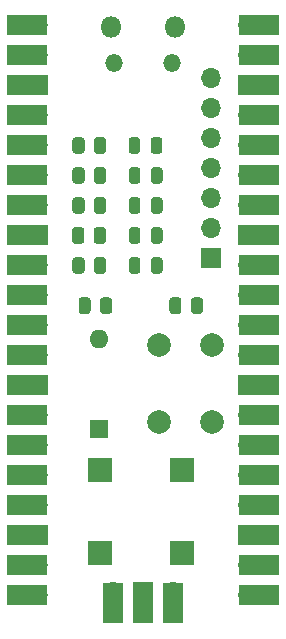
<source format=gbr>
%TF.GenerationSoftware,KiCad,Pcbnew,(5.1.9)-1*%
%TF.CreationDate,2021-04-21T20:58:21+02:00*%
%TF.ProjectId,Air-Quality,4169722d-5175-4616-9c69-74792e6b6963,rev?*%
%TF.SameCoordinates,Original*%
%TF.FileFunction,Soldermask,Top*%
%TF.FilePolarity,Negative*%
%FSLAX46Y46*%
G04 Gerber Fmt 4.6, Leading zero omitted, Abs format (unit mm)*
G04 Created by KiCad (PCBNEW (5.1.9)-1) date 2021-04-21 20:58:21*
%MOMM*%
%LPD*%
G01*
G04 APERTURE LIST*
%ADD10R,2.000000X2.000000*%
%ADD11O,1.700000X1.700000*%
%ADD12R,1.700000X1.700000*%
%ADD13R,3.500000X1.700000*%
%ADD14O,1.800000X1.800000*%
%ADD15O,1.500000X1.500000*%
%ADD16R,1.700000X3.500000*%
%ADD17C,2.000000*%
%ADD18R,1.600000X1.600000*%
%ADD19O,1.600000X1.600000*%
G04 APERTURE END LIST*
D10*
%TO.C,BZ1*%
X183119000Y-101813600D03*
X183119000Y-108813600D03*
X190119000Y-108813600D03*
X190119000Y-101813600D03*
%TD*%
D11*
%TO.C,U1*%
X177910000Y-64160001D03*
X177910000Y-66700001D03*
D12*
X177910000Y-69240001D03*
D11*
X177910000Y-71780001D03*
X177910000Y-74320001D03*
X177910000Y-76860001D03*
X177910000Y-79400001D03*
D12*
X177910000Y-81940001D03*
D11*
X177910000Y-84480001D03*
X177910000Y-87020001D03*
X177910000Y-89560001D03*
X177910000Y-92100001D03*
D12*
X177910000Y-94640001D03*
D11*
X177910000Y-97180001D03*
X177910000Y-99720001D03*
X177910000Y-102260001D03*
X177910000Y-104800001D03*
D12*
X177910000Y-107340001D03*
D11*
X177910000Y-109880001D03*
X177910000Y-112420001D03*
X195690000Y-112420001D03*
X195690000Y-109880001D03*
D12*
X195690000Y-107340001D03*
D11*
X195690000Y-104800001D03*
X195690000Y-102260001D03*
X195690000Y-99720001D03*
X195690000Y-97180001D03*
D12*
X195690000Y-94640001D03*
D11*
X195690000Y-92100001D03*
X195690000Y-89560001D03*
X195690000Y-87020001D03*
X195690000Y-84480001D03*
D12*
X195690000Y-81940001D03*
D11*
X195690000Y-79400001D03*
X195690000Y-76860001D03*
X195690000Y-74320001D03*
X195690000Y-71780001D03*
D12*
X195690000Y-69240001D03*
D11*
X195690000Y-66700001D03*
X195690000Y-64160001D03*
D13*
X177010000Y-64160001D03*
X177010000Y-66700001D03*
X177010000Y-69240001D03*
X177010000Y-71780001D03*
X177010000Y-74320001D03*
X177010000Y-76860001D03*
X177010000Y-79400001D03*
X177010000Y-81940001D03*
X177010000Y-84480001D03*
X177010000Y-87020001D03*
X177010000Y-89560001D03*
X177010000Y-92100001D03*
X177010000Y-94640001D03*
X177010000Y-97180001D03*
X177010000Y-99720001D03*
X177010000Y-102260001D03*
X177010000Y-104800001D03*
X177010000Y-107340001D03*
X177010000Y-109880001D03*
X177010000Y-112420001D03*
X196590000Y-64160001D03*
X196590000Y-66700001D03*
X196590000Y-69240001D03*
X196590000Y-71780001D03*
X196590000Y-74320001D03*
X196590000Y-76860001D03*
X196590000Y-79400001D03*
X196590000Y-81940001D03*
X196590000Y-84480001D03*
X196590000Y-87020001D03*
X196590000Y-89560001D03*
X196590000Y-92100001D03*
X196590000Y-94640001D03*
X196590000Y-97180001D03*
X196590000Y-99720001D03*
X196590000Y-102260001D03*
X196590000Y-104800001D03*
X196590000Y-107340001D03*
X196590000Y-109880001D03*
X196590000Y-112420001D03*
D14*
X184075000Y-64290001D03*
X189525000Y-64290001D03*
D15*
X184375000Y-67320001D03*
X189225000Y-67320001D03*
D16*
X184260000Y-113090001D03*
D11*
X184260000Y-112190001D03*
D16*
X186800000Y-113090001D03*
D12*
X186800000Y-112190001D03*
D16*
X189340000Y-113090001D03*
D11*
X189340000Y-112190001D03*
%TD*%
%TO.C,D1*%
G36*
G01*
X186542500Y-73889550D02*
X186542500Y-74802050D01*
G75*
G02*
X186298750Y-75045800I-243750J0D01*
G01*
X185811250Y-75045800D01*
G75*
G02*
X185567500Y-74802050I0J243750D01*
G01*
X185567500Y-73889550D01*
G75*
G02*
X185811250Y-73645800I243750J0D01*
G01*
X186298750Y-73645800D01*
G75*
G02*
X186542500Y-73889550I0J-243750D01*
G01*
G37*
G36*
G01*
X188417500Y-73889550D02*
X188417500Y-74802050D01*
G75*
G02*
X188173750Y-75045800I-243750J0D01*
G01*
X187686250Y-75045800D01*
G75*
G02*
X187442500Y-74802050I0J243750D01*
G01*
X187442500Y-73889550D01*
G75*
G02*
X187686250Y-73645800I243750J0D01*
G01*
X188173750Y-73645800D01*
G75*
G02*
X188417500Y-73889550I0J-243750D01*
G01*
G37*
%TD*%
%TO.C,D2*%
G36*
G01*
X188442900Y-76429550D02*
X188442900Y-77342050D01*
G75*
G02*
X188199150Y-77585800I-243750J0D01*
G01*
X187711650Y-77585800D01*
G75*
G02*
X187467900Y-77342050I0J243750D01*
G01*
X187467900Y-76429550D01*
G75*
G02*
X187711650Y-76185800I243750J0D01*
G01*
X188199150Y-76185800D01*
G75*
G02*
X188442900Y-76429550I0J-243750D01*
G01*
G37*
G36*
G01*
X186567900Y-76429550D02*
X186567900Y-77342050D01*
G75*
G02*
X186324150Y-77585800I-243750J0D01*
G01*
X185836650Y-77585800D01*
G75*
G02*
X185592900Y-77342050I0J243750D01*
G01*
X185592900Y-76429550D01*
G75*
G02*
X185836650Y-76185800I243750J0D01*
G01*
X186324150Y-76185800D01*
G75*
G02*
X186567900Y-76429550I0J-243750D01*
G01*
G37*
%TD*%
%TO.C,D3*%
G36*
G01*
X186572500Y-78969550D02*
X186572500Y-79882050D01*
G75*
G02*
X186328750Y-80125800I-243750J0D01*
G01*
X185841250Y-80125800D01*
G75*
G02*
X185597500Y-79882050I0J243750D01*
G01*
X185597500Y-78969550D01*
G75*
G02*
X185841250Y-78725800I243750J0D01*
G01*
X186328750Y-78725800D01*
G75*
G02*
X186572500Y-78969550I0J-243750D01*
G01*
G37*
G36*
G01*
X188447500Y-78969550D02*
X188447500Y-79882050D01*
G75*
G02*
X188203750Y-80125800I-243750J0D01*
G01*
X187716250Y-80125800D01*
G75*
G02*
X187472500Y-79882050I0J243750D01*
G01*
X187472500Y-78969550D01*
G75*
G02*
X187716250Y-78725800I243750J0D01*
G01*
X188203750Y-78725800D01*
G75*
G02*
X188447500Y-78969550I0J-243750D01*
G01*
G37*
%TD*%
%TO.C,D4*%
G36*
G01*
X188442900Y-81509550D02*
X188442900Y-82422050D01*
G75*
G02*
X188199150Y-82665800I-243750J0D01*
G01*
X187711650Y-82665800D01*
G75*
G02*
X187467900Y-82422050I0J243750D01*
G01*
X187467900Y-81509550D01*
G75*
G02*
X187711650Y-81265800I243750J0D01*
G01*
X188199150Y-81265800D01*
G75*
G02*
X188442900Y-81509550I0J-243750D01*
G01*
G37*
G36*
G01*
X186567900Y-81509550D02*
X186567900Y-82422050D01*
G75*
G02*
X186324150Y-82665800I-243750J0D01*
G01*
X185836650Y-82665800D01*
G75*
G02*
X185592900Y-82422050I0J243750D01*
G01*
X185592900Y-81509550D01*
G75*
G02*
X185836650Y-81265800I243750J0D01*
G01*
X186324150Y-81265800D01*
G75*
G02*
X186567900Y-81509550I0J-243750D01*
G01*
G37*
%TD*%
%TO.C,D5*%
G36*
G01*
X188445200Y-84049550D02*
X188445200Y-84962050D01*
G75*
G02*
X188201450Y-85205800I-243750J0D01*
G01*
X187713950Y-85205800D01*
G75*
G02*
X187470200Y-84962050I0J243750D01*
G01*
X187470200Y-84049550D01*
G75*
G02*
X187713950Y-83805800I243750J0D01*
G01*
X188201450Y-83805800D01*
G75*
G02*
X188445200Y-84049550I0J-243750D01*
G01*
G37*
G36*
G01*
X186570200Y-84049550D02*
X186570200Y-84962050D01*
G75*
G02*
X186326450Y-85205800I-243750J0D01*
G01*
X185838950Y-85205800D01*
G75*
G02*
X185595200Y-84962050I0J243750D01*
G01*
X185595200Y-84049550D01*
G75*
G02*
X185838950Y-83805800I243750J0D01*
G01*
X186326450Y-83805800D01*
G75*
G02*
X186570200Y-84049550I0J-243750D01*
G01*
G37*
%TD*%
D17*
%TO.C,SW1*%
X188108200Y-91236800D03*
X192608200Y-91236800D03*
X188108200Y-97736800D03*
X192608200Y-97736800D03*
%TD*%
D18*
%TO.C,SW2*%
X183032400Y-98323400D03*
D19*
X183032400Y-90703400D03*
%TD*%
%TO.C,R1*%
G36*
G01*
X180818100Y-74795801D02*
X180818100Y-73895799D01*
G75*
G02*
X181068099Y-73645800I249999J0D01*
G01*
X181593101Y-73645800D01*
G75*
G02*
X181843100Y-73895799I0J-249999D01*
G01*
X181843100Y-74795801D01*
G75*
G02*
X181593101Y-75045800I-249999J0D01*
G01*
X181068099Y-75045800D01*
G75*
G02*
X180818100Y-74795801I0J249999D01*
G01*
G37*
G36*
G01*
X182643100Y-74795801D02*
X182643100Y-73895799D01*
G75*
G02*
X182893099Y-73645800I249999J0D01*
G01*
X183418101Y-73645800D01*
G75*
G02*
X183668100Y-73895799I0J-249999D01*
G01*
X183668100Y-74795801D01*
G75*
G02*
X183418101Y-75045800I-249999J0D01*
G01*
X182893099Y-75045800D01*
G75*
G02*
X182643100Y-74795801I0J249999D01*
G01*
G37*
%TD*%
%TO.C,R2*%
G36*
G01*
X182643100Y-77335801D02*
X182643100Y-76435799D01*
G75*
G02*
X182893099Y-76185800I249999J0D01*
G01*
X183418101Y-76185800D01*
G75*
G02*
X183668100Y-76435799I0J-249999D01*
G01*
X183668100Y-77335801D01*
G75*
G02*
X183418101Y-77585800I-249999J0D01*
G01*
X182893099Y-77585800D01*
G75*
G02*
X182643100Y-77335801I0J249999D01*
G01*
G37*
G36*
G01*
X180818100Y-77335801D02*
X180818100Y-76435799D01*
G75*
G02*
X181068099Y-76185800I249999J0D01*
G01*
X181593101Y-76185800D01*
G75*
G02*
X181843100Y-76435799I0J-249999D01*
G01*
X181843100Y-77335801D01*
G75*
G02*
X181593101Y-77585800I-249999J0D01*
G01*
X181068099Y-77585800D01*
G75*
G02*
X180818100Y-77335801I0J249999D01*
G01*
G37*
%TD*%
%TO.C,R3*%
G36*
G01*
X180818100Y-79875801D02*
X180818100Y-78975799D01*
G75*
G02*
X181068099Y-78725800I249999J0D01*
G01*
X181593101Y-78725800D01*
G75*
G02*
X181843100Y-78975799I0J-249999D01*
G01*
X181843100Y-79875801D01*
G75*
G02*
X181593101Y-80125800I-249999J0D01*
G01*
X181068099Y-80125800D01*
G75*
G02*
X180818100Y-79875801I0J249999D01*
G01*
G37*
G36*
G01*
X182643100Y-79875801D02*
X182643100Y-78975799D01*
G75*
G02*
X182893099Y-78725800I249999J0D01*
G01*
X183418101Y-78725800D01*
G75*
G02*
X183668100Y-78975799I0J-249999D01*
G01*
X183668100Y-79875801D01*
G75*
G02*
X183418101Y-80125800I-249999J0D01*
G01*
X182893099Y-80125800D01*
G75*
G02*
X182643100Y-79875801I0J249999D01*
G01*
G37*
%TD*%
%TO.C,R4*%
G36*
G01*
X182617700Y-82415801D02*
X182617700Y-81515799D01*
G75*
G02*
X182867699Y-81265800I249999J0D01*
G01*
X183392701Y-81265800D01*
G75*
G02*
X183642700Y-81515799I0J-249999D01*
G01*
X183642700Y-82415801D01*
G75*
G02*
X183392701Y-82665800I-249999J0D01*
G01*
X182867699Y-82665800D01*
G75*
G02*
X182617700Y-82415801I0J249999D01*
G01*
G37*
G36*
G01*
X180792700Y-82415801D02*
X180792700Y-81515799D01*
G75*
G02*
X181042699Y-81265800I249999J0D01*
G01*
X181567701Y-81265800D01*
G75*
G02*
X181817700Y-81515799I0J-249999D01*
G01*
X181817700Y-82415801D01*
G75*
G02*
X181567701Y-82665800I-249999J0D01*
G01*
X181042699Y-82665800D01*
G75*
G02*
X180792700Y-82415801I0J249999D01*
G01*
G37*
%TD*%
%TO.C,R5*%
G36*
G01*
X182643100Y-84955801D02*
X182643100Y-84055799D01*
G75*
G02*
X182893099Y-83805800I249999J0D01*
G01*
X183418101Y-83805800D01*
G75*
G02*
X183668100Y-84055799I0J-249999D01*
G01*
X183668100Y-84955801D01*
G75*
G02*
X183418101Y-85205800I-249999J0D01*
G01*
X182893099Y-85205800D01*
G75*
G02*
X182643100Y-84955801I0J249999D01*
G01*
G37*
G36*
G01*
X180818100Y-84955801D02*
X180818100Y-84055799D01*
G75*
G02*
X181068099Y-83805800I249999J0D01*
G01*
X181593101Y-83805800D01*
G75*
G02*
X181843100Y-84055799I0J-249999D01*
G01*
X181843100Y-84955801D01*
G75*
G02*
X181593101Y-85205800I-249999J0D01*
G01*
X181068099Y-85205800D01*
G75*
G02*
X180818100Y-84955801I0J249999D01*
G01*
G37*
%TD*%
%TO.C,R6*%
G36*
G01*
X191872300Y-87459399D02*
X191872300Y-88359401D01*
G75*
G02*
X191622301Y-88609400I-249999J0D01*
G01*
X191097299Y-88609400D01*
G75*
G02*
X190847300Y-88359401I0J249999D01*
G01*
X190847300Y-87459399D01*
G75*
G02*
X191097299Y-87209400I249999J0D01*
G01*
X191622301Y-87209400D01*
G75*
G02*
X191872300Y-87459399I0J-249999D01*
G01*
G37*
G36*
G01*
X190047300Y-87459399D02*
X190047300Y-88359401D01*
G75*
G02*
X189797301Y-88609400I-249999J0D01*
G01*
X189272299Y-88609400D01*
G75*
G02*
X189022300Y-88359401I0J249999D01*
G01*
X189022300Y-87459399D01*
G75*
G02*
X189272299Y-87209400I249999J0D01*
G01*
X189797301Y-87209400D01*
G75*
G02*
X190047300Y-87459399I0J-249999D01*
G01*
G37*
%TD*%
%TO.C,R7*%
G36*
G01*
X184179900Y-87459399D02*
X184179900Y-88359401D01*
G75*
G02*
X183929901Y-88609400I-249999J0D01*
G01*
X183404899Y-88609400D01*
G75*
G02*
X183154900Y-88359401I0J249999D01*
G01*
X183154900Y-87459399D01*
G75*
G02*
X183404899Y-87209400I249999J0D01*
G01*
X183929901Y-87209400D01*
G75*
G02*
X184179900Y-87459399I0J-249999D01*
G01*
G37*
G36*
G01*
X182354900Y-87459399D02*
X182354900Y-88359401D01*
G75*
G02*
X182104901Y-88609400I-249999J0D01*
G01*
X181579899Y-88609400D01*
G75*
G02*
X181329900Y-88359401I0J249999D01*
G01*
X181329900Y-87459399D01*
G75*
G02*
X181579899Y-87209400I249999J0D01*
G01*
X182104901Y-87209400D01*
G75*
G02*
X182354900Y-87459399I0J-249999D01*
G01*
G37*
%TD*%
D12*
%TO.C,J1*%
X192582800Y-83845400D03*
D11*
X192582800Y-81305400D03*
X192582800Y-78765400D03*
X192582800Y-76225400D03*
X192582800Y-73685400D03*
X192582800Y-71145400D03*
X192582800Y-68605400D03*
%TD*%
M02*

</source>
